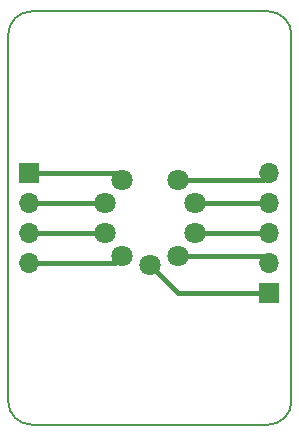
<source format=gbr>
G04 #@! TF.GenerationSoftware,KiCad,Pcbnew,5.1.6-c6e7f7d~86~ubuntu20.04.1*
G04 #@! TF.CreationDate,2020-05-17T16:01:39+03:00*
G04 #@! TF.ProjectId,GB-BRK-TR-A,47422d42-524b-42d5-9452-2d412e6b6963,v1.0*
G04 #@! TF.SameCoordinates,Original*
G04 #@! TF.FileFunction,Copper,L1,Top*
G04 #@! TF.FilePolarity,Positive*
%FSLAX46Y46*%
G04 Gerber Fmt 4.6, Leading zero omitted, Abs format (unit mm)*
G04 Created by KiCad (PCBNEW 5.1.6-c6e7f7d~86~ubuntu20.04.1) date 2020-05-17 16:01:39*
%MOMM*%
%LPD*%
G01*
G04 APERTURE LIST*
G04 #@! TA.AperFunction,Profile*
%ADD10C,0.150000*%
G04 #@! TD*
G04 #@! TA.AperFunction,ComponentPad*
%ADD11O,1.700000X1.700000*%
G04 #@! TD*
G04 #@! TA.AperFunction,ComponentPad*
%ADD12R,1.700000X1.700000*%
G04 #@! TD*
G04 #@! TA.AperFunction,ComponentPad*
%ADD13C,1.800000*%
G04 #@! TD*
G04 #@! TA.AperFunction,Conductor*
%ADD14C,0.400000*%
G04 #@! TD*
G04 APERTURE END LIST*
D10*
X53000000Y-85000000D02*
G75*
G02*
X51000000Y-83000000I0J2000000D01*
G01*
X75000000Y-83000000D02*
G75*
G02*
X73000000Y-85000000I-2000000J0D01*
G01*
X73000000Y-50000000D02*
G75*
G02*
X75000000Y-52000000I0J-2000000D01*
G01*
X51000000Y-52000000D02*
G75*
G02*
X53000000Y-50000000I2000000J0D01*
G01*
X51000000Y-83000000D02*
X51000000Y-52000000D01*
X73000000Y-85000000D02*
X53000000Y-85000000D01*
X75000000Y-52000000D02*
X75000000Y-83000000D01*
X53000000Y-50000000D02*
X73000000Y-50000000D01*
D11*
X52800000Y-71310000D03*
X52800000Y-68770000D03*
X52800000Y-66230000D03*
D12*
X52800000Y-63690000D03*
D11*
X73120000Y-63690000D03*
X73120000Y-66230000D03*
X73120000Y-68770000D03*
X73120000Y-71310000D03*
D12*
X73120000Y-73850000D03*
D13*
X60640000Y-64260000D03*
X59200000Y-66260000D03*
X59200000Y-68740000D03*
X60640000Y-70740000D03*
X63000000Y-71500000D03*
X65360000Y-70740000D03*
X66800000Y-66260000D03*
X66800000Y-68740000D03*
X65360000Y-64260000D03*
D14*
X72550000Y-64260000D02*
X73120000Y-63690000D01*
X65360000Y-64260000D02*
X72550000Y-64260000D01*
X73090000Y-68740000D02*
X73120000Y-68770000D01*
X66800000Y-68740000D02*
X73090000Y-68740000D01*
X73090000Y-66260000D02*
X73120000Y-66230000D01*
X66800000Y-66260000D02*
X73090000Y-66260000D01*
X72550000Y-70740000D02*
X73120000Y-71310000D01*
X65360000Y-70740000D02*
X72550000Y-70740000D01*
X71870000Y-73850000D02*
X73120000Y-73850000D01*
X63000000Y-71500000D02*
X65350000Y-73850000D01*
X65350000Y-73850000D02*
X71870000Y-73850000D01*
X60070000Y-71310000D02*
X60640000Y-70740000D01*
X52800000Y-71310000D02*
X60070000Y-71310000D01*
X59170000Y-68770000D02*
X59200000Y-68740000D01*
X52800000Y-68770000D02*
X59170000Y-68770000D01*
X59170000Y-66230000D02*
X59200000Y-66260000D01*
X52800000Y-66230000D02*
X59170000Y-66230000D01*
X60070000Y-63690000D02*
X60640000Y-64260000D01*
X52800000Y-63690000D02*
X60070000Y-63690000D01*
M02*

</source>
